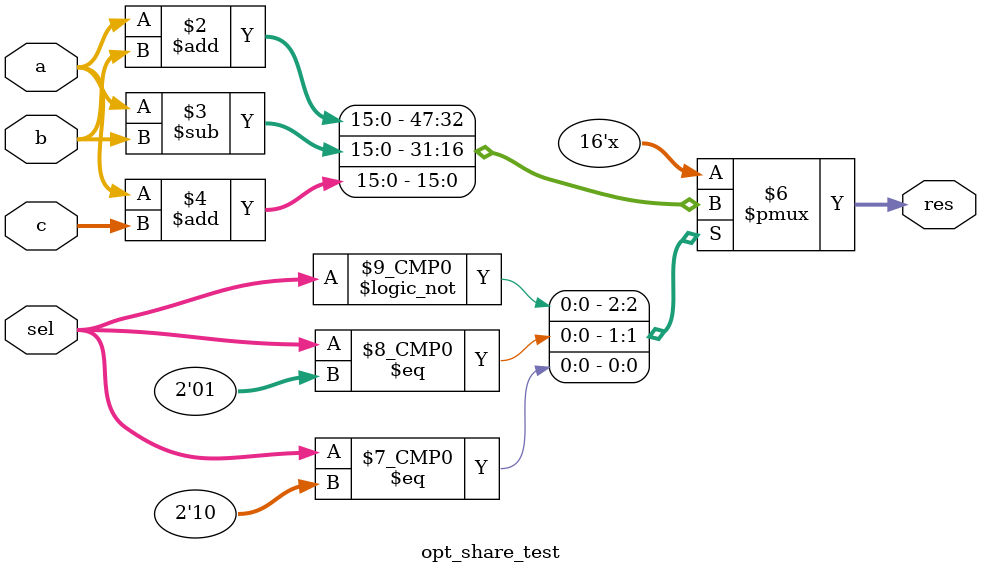
<source format=v>
module opt_share_test(
  input [15:0]      a,
  input [15:0]      b,
  input [15:0]      c,
  input [1:0]       sel,
  output reg [15:0] res
  );

  always @* begin
    case(sel)
      0: res = a + b;
      1: res = a - b;
      2: res = a + c;
      default: res = 16'bx;
    endcase
  end

endmodule

</source>
